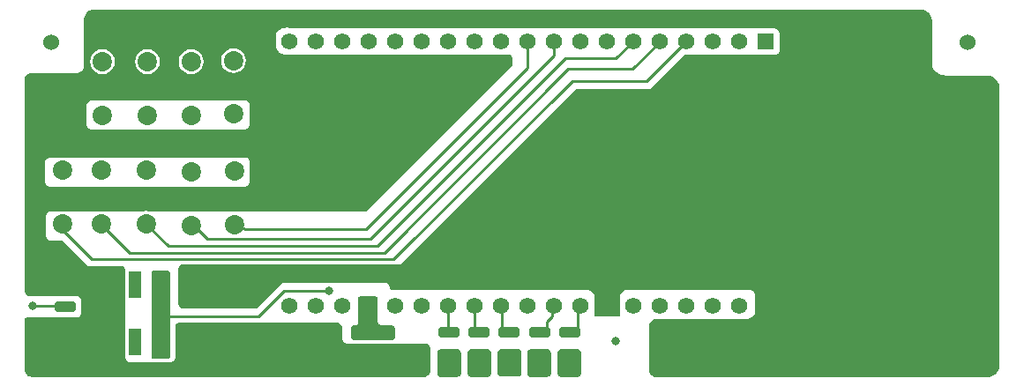
<source format=gtl>
G04*
G04 #@! TF.GenerationSoftware,Altium Limited,Altium Designer,22.5.1 (42)*
G04*
G04 Layer_Physical_Order=1*
G04 Layer_Color=255*
%FSLAX44Y44*%
%MOMM*%
G71*
G04*
G04 #@! TF.SameCoordinates,CACD2641-2831-44B8-A32A-C0E418E96BB6*
G04*
G04*
G04 #@! TF.FilePolarity,Positive*
G04*
G01*
G75*
%ADD14C,0.2540*%
%ADD15R,1.2000X2.5000*%
%ADD16R,1.0000X0.9000*%
G04:AMPARAMS|DCode=17|XSize=1mm|YSize=2mm|CornerRadius=0.25mm|HoleSize=0mm|Usage=FLASHONLY|Rotation=270.000|XOffset=0mm|YOffset=0mm|HoleType=Round|Shape=RoundedRectangle|*
%AMROUNDEDRECTD17*
21,1,1.0000,1.5000,0,0,270.0*
21,1,0.5000,2.0000,0,0,270.0*
1,1,0.5000,-0.7500,-0.2500*
1,1,0.5000,-0.7500,0.2500*
1,1,0.5000,0.7500,0.2500*
1,1,0.5000,0.7500,-0.2500*
%
%ADD17ROUNDEDRECTD17*%
%ADD18R,1.4000X1.0000*%
%ADD27C,1.8600*%
%ADD28R,1.5600X1.5600*%
%ADD29C,1.5600*%
%ADD30C,1.5240*%
%ADD31C,0.8000*%
%ADD32C,0.6000*%
G36*
X1350804Y929200D02*
X1352884Y928339D01*
X1354756Y927088D01*
X1356348Y925496D01*
X1357599Y923624D01*
X1358461Y921544D01*
X1358900Y919336D01*
Y918210D01*
X1358900Y878840D01*
X1358900Y878840D01*
X1358961Y877595D01*
X1359447Y875153D01*
X1360399Y872853D01*
X1361783Y870783D01*
X1363543Y869022D01*
X1365613Y867639D01*
X1367913Y866687D01*
X1370355Y866201D01*
X1371600Y866140D01*
X1410969D01*
X1410970Y866139D01*
Y866139D01*
X1412221Y866139D01*
X1414674Y865651D01*
X1416985Y864694D01*
X1419066Y863304D01*
X1420835Y861535D01*
X1422224Y859455D01*
X1423182Y857144D01*
X1423670Y854691D01*
X1423670Y853440D01*
X1423670Y588010D01*
X1423669Y588010D01*
X1423669Y586884D01*
X1423230Y584676D01*
X1422368Y582596D01*
X1421118Y580724D01*
X1419526Y579132D01*
X1417654Y577881D01*
X1415574Y577019D01*
X1413366Y576580D01*
X1412240Y576580D01*
X1093467D01*
X1093467Y576580D01*
X1092205Y576580D01*
X1089872Y577546D01*
X1088086Y579332D01*
X1087120Y581665D01*
X1087120Y582927D01*
Y624846D01*
X1087120Y625596D01*
X1087413Y627068D01*
X1087987Y628454D01*
X1088821Y629702D01*
X1089883Y630762D01*
X1091131Y631595D01*
X1092518Y632169D01*
X1093990Y632461D01*
X1094740Y632460D01*
X1181152Y632460D01*
X1182370Y632460D01*
X1182370Y632460D01*
X1183609Y632581D01*
X1185899Y633528D01*
X1187652Y635280D01*
X1188599Y637571D01*
X1188720Y638810D01*
X1188720Y655320D01*
X1188720Y655320D01*
X1188720Y655320D01*
X1188719Y655324D01*
X1188623Y656311D01*
X1188552Y656483D01*
X1187865Y658143D01*
X1186463Y659545D01*
X1184631Y660303D01*
X1183640Y660400D01*
X1066800Y660400D01*
X1066800Y660400D01*
X1066053Y660363D01*
X1064588Y660071D01*
X1063208Y659500D01*
X1061966Y658670D01*
X1060909Y657614D01*
X1060079Y656372D01*
X1059508Y654992D01*
X1059217Y653527D01*
X1059180Y652780D01*
Y651524D01*
X1059180Y651524D01*
X1059181Y651523D01*
X1059182Y651520D01*
X1059182Y651517D01*
X1059181Y651515D01*
X1059180Y651514D01*
X1059180Y635000D01*
X1035050D01*
Y640071D01*
X1035050D01*
X1035050Y641245D01*
X1035050Y652780D01*
X1035050Y652780D01*
X1035050Y652780D01*
X1035050Y652784D01*
X1035014Y653527D01*
X1034929Y653952D01*
X1034723Y654992D01*
X1034151Y656373D01*
X1033322Y657615D01*
X1032265Y658671D01*
X1031023Y659501D01*
X1029642Y660073D01*
X1028177Y660364D01*
X1027430Y660400D01*
X840740Y660400D01*
X840234Y660400D01*
X839301Y660787D01*
X838586Y661501D01*
X838464Y661796D01*
X838200Y662939D01*
Y662940D01*
X838200Y662940D01*
X838200Y662940D01*
X838200Y662942D01*
X838127Y663683D01*
X837960Y664089D01*
X837559Y665058D01*
X836508Y666109D01*
X835134Y666677D01*
X834390Y666750D01*
X735330Y666750D01*
X711200Y642620D01*
X640080D01*
X639069Y642620D01*
X637202Y643393D01*
X635773Y644822D01*
X635000Y646690D01*
X635000Y647700D01*
X635000Y679456D01*
X635092Y680688D01*
X635774Y682333D01*
X637203Y683760D01*
X639070Y684531D01*
X640080Y684530D01*
X849094Y684530D01*
X1016666Y852404D01*
X1017485Y853224D01*
X1018576Y853419D01*
X1019051Y853440D01*
X1020322Y853440D01*
X1088390Y853440D01*
X1121410Y886460D01*
X1209040D01*
X1209783Y886533D01*
X1211157Y887102D01*
X1212208Y888153D01*
X1212777Y889527D01*
X1212850Y890270D01*
X1212850Y905510D01*
X1212850Y905510D01*
X1212850Y905510D01*
X1212728Y906749D01*
X1211780Y909038D01*
X1210028Y910790D01*
X1207739Y911738D01*
X1206500Y911860D01*
X741818Y911859D01*
X741818Y911859D01*
X740919Y912000D01*
X739102Y912080D01*
X737294Y911892D01*
X735532Y911439D01*
X733857Y910732D01*
X732304Y909786D01*
X730907Y908622D01*
X729697Y907264D01*
X729170Y906523D01*
X729170Y906523D01*
X729180Y904920D01*
X729186Y901716D01*
X729177Y898511D01*
X729153Y895307D01*
X729134Y893705D01*
X729308Y892955D01*
X729848Y891517D01*
X730628Y890193D01*
X731625Y889023D01*
X732808Y888042D01*
X734142Y887279D01*
X735588Y886758D01*
X737102Y886493D01*
X737870Y886460D01*
X952241D01*
X954108Y885687D01*
X955537Y884258D01*
X956310Y882391D01*
Y876300D01*
X815340Y735330D01*
X607865D01*
X607611Y735435D01*
X604520Y735842D01*
X601429Y735435D01*
X601175Y735330D01*
X563331D01*
X561340Y735592D01*
X559349Y735330D01*
X526501D01*
X524510Y735592D01*
X522519Y735330D01*
X513080D01*
X513080Y735330D01*
X512089Y735232D01*
X510258Y734474D01*
X508856Y733072D01*
X508098Y731241D01*
X508000Y730250D01*
Y712467D01*
X508098Y711476D01*
X508856Y709646D01*
X510258Y708245D01*
X512089Y707487D01*
X513080Y707390D01*
X524510Y707390D01*
X548640Y683260D01*
X580390D01*
X580390Y683260D01*
X580390Y683260D01*
X580391D01*
X581553Y683093D01*
X582549Y682681D01*
X583621Y681609D01*
X584201Y680208D01*
X584200Y679450D01*
X584200Y595628D01*
X584298Y594637D01*
X585056Y592806D01*
X586458Y591405D01*
X588289Y590647D01*
X589280Y590550D01*
X627380D01*
X628371Y590648D01*
X630202Y591406D01*
X631604Y592808D01*
X632362Y594639D01*
X632460Y595630D01*
Y624844D01*
X632460Y625602D01*
X633040Y627002D01*
X634112Y628072D01*
X635512Y628651D01*
X636270Y628650D01*
X787400Y628650D01*
X787400Y628650D01*
X787400Y628650D01*
X788632Y628558D01*
X790278Y627877D01*
X791707Y626448D01*
X792480Y624580D01*
Y614680D01*
X792602Y613441D01*
X793550Y611152D01*
X795302Y609400D01*
X797591Y608452D01*
X798830Y608330D01*
X872490D01*
X872490Y608330D01*
X872490Y608330D01*
X872492D01*
X873666Y608261D01*
X875368Y607557D01*
X876797Y606128D01*
X877570Y604260D01*
X877570Y603250D01*
X877570Y582930D01*
X877570Y582930D01*
Y581667D01*
X876603Y579333D01*
X874817Y577547D01*
X872483Y576580D01*
X495300D01*
X494549Y576580D01*
X493077Y576873D01*
X491690Y577447D01*
X490442Y578281D01*
X489381Y579342D01*
X488547Y580591D01*
X487973Y581977D01*
X487680Y583450D01*
X487680Y584200D01*
Y631195D01*
X487680Y631700D01*
X488067Y632633D01*
X488782Y633346D01*
X489715Y633731D01*
X490220Y633730D01*
X537262Y633730D01*
X538480Y633730D01*
X538480Y633730D01*
X539224Y633802D01*
X539647Y633978D01*
X540598Y634370D01*
X541649Y635422D01*
X542218Y636796D01*
X542290Y637540D01*
X542290Y650240D01*
X542290Y650240D01*
X542290Y650240D01*
X542290Y650242D01*
X542217Y650983D01*
X542050Y651388D01*
X541649Y652357D01*
X540597Y653409D01*
X539224Y653977D01*
X538480Y654050D01*
X492760Y654050D01*
X491749Y654050D01*
X489882Y654823D01*
X488453Y656252D01*
X487680Y658120D01*
Y659130D01*
Y862333D01*
X487680Y863596D01*
X488647Y865930D01*
X490433Y867715D01*
X492767Y868681D01*
X494030Y868680D01*
X537265Y868680D01*
X538480Y868680D01*
X538480Y868680D01*
X539719Y868801D01*
X542009Y869749D01*
X543761Y871501D01*
X544709Y873791D01*
X544830Y875030D01*
X544830Y919483D01*
X544830Y919483D01*
X544879Y920733D01*
X545220Y922447D01*
X545986Y924295D01*
X547098Y925959D01*
X548513Y927374D01*
X550178Y928485D01*
X552027Y929250D01*
X553612Y929565D01*
X1348967D01*
X1350804Y929200D01*
D02*
G37*
G36*
X624840Y678815D02*
X624840Y678815D01*
X624841D01*
X625987Y678549D01*
X626279Y678428D01*
X626993Y677714D01*
X627380Y676780D01*
X627380Y676275D01*
X627380Y596265D01*
Y595760D01*
X626993Y594826D01*
X626279Y594112D01*
X625345Y593725D01*
X612140D01*
X611635Y593725D01*
X610701Y594112D01*
X609987Y594826D01*
X609600Y595760D01*
X609600Y596265D01*
Y676275D01*
X609600Y676780D01*
X609987Y677714D01*
X610701Y678428D01*
X611635Y678815D01*
X612140Y678815D01*
X624840Y678815D01*
X624840Y678815D01*
D02*
G37*
G36*
X825669Y653663D02*
X826383Y652949D01*
X826500Y652667D01*
X826770Y651510D01*
Y651510D01*
X826770D01*
X826770Y651510D01*
Y629920D01*
X826843Y629177D01*
X827412Y627803D01*
X828463Y626752D01*
X829837Y626183D01*
X830580Y626110D01*
X840740Y626110D01*
X841245Y626110D01*
X842179Y625723D01*
X842893Y625009D01*
X843010Y624727D01*
X843280Y623570D01*
Y623570D01*
X843280D01*
X843280Y623570D01*
X843280Y614680D01*
X843280Y614175D01*
X842893Y613241D01*
X842179Y612527D01*
X841245Y612140D01*
X840740Y612140D01*
X803910D01*
X803405Y612140D01*
X802471Y612527D01*
X801757Y613241D01*
X801370Y614175D01*
Y623570D01*
X801370Y624075D01*
X801757Y625009D01*
X802471Y625723D01*
X803405Y626110D01*
X803910Y626110D01*
X803910Y626110D01*
X805180D01*
X805676Y626159D01*
X806591Y626538D01*
X807292Y627239D01*
X807671Y628154D01*
X807720Y628650D01*
X807720Y628650D01*
X807720Y652015D01*
X808107Y652949D01*
X808821Y653663D01*
X809755Y654050D01*
X810260Y654050D01*
Y654050D01*
X824230D01*
X824735Y654050D01*
X825669Y653663D01*
D02*
G37*
G36*
X961236Y603404D02*
X961994Y603404D01*
X963394Y602824D01*
X964466Y601752D01*
X964876Y600762D01*
X965046Y599595D01*
Y599594D01*
X965046Y599594D01*
X965046Y599594D01*
X965046Y580544D01*
X965046Y579786D01*
X964466Y578386D01*
X963394Y577314D01*
X962431Y576915D01*
X961236Y576734D01*
X945238D01*
X943838Y577314D01*
X942766Y578386D01*
X942186Y579786D01*
Y599594D01*
X942186Y600352D01*
X942766Y601752D01*
X943838Y602824D01*
X945238Y603404D01*
X945996Y603404D01*
X945996Y603404D01*
X961236Y603404D01*
D02*
G37*
G36*
X932180Y603250D02*
X932938Y603250D01*
X934338Y602670D01*
X935410Y601598D01*
X935820Y600608D01*
X935990Y599441D01*
Y599440D01*
X935990Y599440D01*
X935990Y599440D01*
X935990Y580390D01*
X935990Y579632D01*
X935410Y578232D01*
X934338Y577160D01*
X933375Y576761D01*
X932180Y576580D01*
X916182D01*
X914782Y577160D01*
X913710Y578232D01*
X913130Y579632D01*
Y599440D01*
X913130Y600198D01*
X913710Y601598D01*
X914782Y602670D01*
X916182Y603250D01*
X916940Y603250D01*
X916940Y603250D01*
X932180Y603250D01*
D02*
G37*
G36*
X1018540Y603250D02*
X1019298Y603250D01*
X1020698Y602670D01*
X1021770Y601598D01*
X1022180Y600608D01*
X1022350Y599440D01*
Y599440D01*
X1022350Y599440D01*
X1022350Y599440D01*
X1022350Y580390D01*
X1022350Y579632D01*
X1021770Y578232D01*
X1020698Y577160D01*
X1019735Y576761D01*
X1018540Y576580D01*
X1002542D01*
X1001142Y577160D01*
X1000070Y578232D01*
X999490Y579632D01*
Y599440D01*
X999490Y600198D01*
X1000070Y601598D01*
X1001142Y602670D01*
X1002542Y603250D01*
X1003300Y603250D01*
X1003300Y603250D01*
X1018540Y603250D01*
D02*
G37*
G36*
X989330D02*
X990088Y603250D01*
X991488Y602670D01*
X992560Y601598D01*
X992970Y600608D01*
X993140Y599440D01*
Y599440D01*
X993140Y599440D01*
X993140Y599440D01*
X993140Y580390D01*
X993140Y579632D01*
X992560Y578232D01*
X991488Y577160D01*
X990525Y576761D01*
X989330Y576580D01*
X973332D01*
X971932Y577160D01*
X970860Y578232D01*
X970280Y579632D01*
Y599440D01*
X970280Y600198D01*
X970860Y601598D01*
X971932Y602670D01*
X973332Y603250D01*
X974090Y603250D01*
X974090Y603250D01*
X989330Y603250D01*
D02*
G37*
G36*
X902970D02*
X903728Y603250D01*
X905128Y602670D01*
X906200Y601598D01*
X906610Y600608D01*
X906780Y599440D01*
Y599440D01*
X906780Y599440D01*
X906780Y599440D01*
X906780Y580390D01*
X906780Y579632D01*
X906200Y578232D01*
X905128Y577160D01*
X904165Y576761D01*
X902970Y576580D01*
X886972D01*
X885572Y577160D01*
X884500Y578232D01*
X883920Y579632D01*
Y599440D01*
X883920Y600198D01*
X884500Y601598D01*
X885572Y602670D01*
X886972Y603250D01*
X887730Y603250D01*
X887730Y603250D01*
X902970Y603250D01*
D02*
G37*
%LPC*%
G36*
X688340Y892302D02*
X685249Y891895D01*
X682369Y890702D01*
X679896Y888804D01*
X677998Y886331D01*
X676805Y883451D01*
X676398Y880360D01*
X676805Y877269D01*
X677998Y874389D01*
X679896Y871916D01*
X682369Y870018D01*
X685249Y868825D01*
X688340Y868418D01*
X691431Y868825D01*
X694311Y870018D01*
X696784Y871916D01*
X698682Y874389D01*
X699875Y877269D01*
X700282Y880360D01*
X699875Y883451D01*
X698682Y886331D01*
X696784Y888804D01*
X694311Y890702D01*
X691431Y891895D01*
X688340Y892302D01*
D02*
G37*
G36*
X647700Y891282D02*
X644609Y890875D01*
X641729Y889682D01*
X639256Y887784D01*
X637358Y885311D01*
X636165Y882431D01*
X635758Y879340D01*
X636165Y876249D01*
X637358Y873369D01*
X639256Y870896D01*
X641729Y868998D01*
X644609Y867805D01*
X647700Y867398D01*
X650791Y867805D01*
X653671Y868998D01*
X656144Y870896D01*
X658042Y873369D01*
X659235Y876249D01*
X659642Y879340D01*
X659235Y882431D01*
X658042Y885311D01*
X656144Y887784D01*
X653671Y889682D01*
X650791Y890875D01*
X647700Y891282D01*
D02*
G37*
G36*
X605790D02*
X602699Y890875D01*
X599819Y889682D01*
X597346Y887784D01*
X595448Y885311D01*
X594255Y882431D01*
X593848Y879340D01*
X594255Y876249D01*
X595448Y873369D01*
X597346Y870896D01*
X599819Y868998D01*
X602699Y867805D01*
X605790Y867398D01*
X608881Y867805D01*
X611761Y868998D01*
X614234Y870896D01*
X616132Y873369D01*
X617325Y876249D01*
X617732Y879340D01*
X617325Y882431D01*
X616132Y885311D01*
X614234Y887784D01*
X611761Y889682D01*
X608881Y890875D01*
X605790Y891282D01*
D02*
G37*
G36*
X562610D02*
X559519Y890875D01*
X556639Y889682D01*
X554166Y887784D01*
X552268Y885311D01*
X551075Y882431D01*
X550668Y879340D01*
X551075Y876249D01*
X552268Y873369D01*
X554166Y870896D01*
X556639Y868998D01*
X559519Y867805D01*
X562610Y867398D01*
X565701Y867805D01*
X568581Y868998D01*
X571054Y870896D01*
X572952Y873369D01*
X574145Y876249D01*
X574552Y879340D01*
X574145Y882431D01*
X572952Y885311D01*
X571054Y887784D01*
X568581Y889682D01*
X565701Y890875D01*
X562610Y891282D01*
D02*
G37*
G36*
X699770Y842010D02*
X699770Y842010D01*
X552450Y842010D01*
X551440Y842010D01*
X549572Y841237D01*
X548143Y839808D01*
X547454Y838143D01*
X547370Y837940D01*
X547370Y836930D01*
X547370Y836930D01*
X547370Y836930D01*
X547370Y835660D01*
X547370Y820323D01*
X547270Y820152D01*
X547370Y819149D01*
X547370Y819149D01*
Y818890D01*
X547370Y818139D01*
X548143Y816272D01*
X549572Y814843D01*
X551439Y814070D01*
X552450Y814070D01*
X699510D01*
X701378Y814843D01*
X702807Y816272D01*
X703580Y818139D01*
Y819150D01*
X703580D01*
X703580Y838200D01*
X703580Y838958D01*
X703000Y840358D01*
X701928Y841430D01*
X700938Y841840D01*
X700528Y842010D01*
X699771Y842010D01*
X699770Y842010D01*
X699770Y842010D01*
D02*
G37*
G36*
Y787400D02*
X699770Y787400D01*
X513080Y787400D01*
X511968Y787400D01*
X509912Y786548D01*
X508339Y784975D01*
X507543Y783055D01*
X507488Y782920D01*
X507488Y781808D01*
X507488Y781808D01*
X507488Y781808D01*
X507488Y765052D01*
Y763940D01*
X508339Y761885D01*
X509912Y760312D01*
X511967Y759461D01*
X513079D01*
X513079Y759461D01*
X698500Y759460D01*
X699510Y759460D01*
X701377Y760233D01*
X702806Y761662D01*
X703580Y763529D01*
X703580Y764540D01*
X703580Y764540D01*
X703580Y783590D01*
X703580Y784348D01*
X703000Y785748D01*
X701928Y786820D01*
X700933Y787232D01*
X700528Y787400D01*
X699771Y787400D01*
X699770Y787400D01*
X699770Y787400D01*
D02*
G37*
%LPD*%
D14*
X736600Y659130D02*
X779780D01*
X712470Y635000D02*
X736600Y659130D01*
X526640Y644765D02*
X527035Y644370D01*
X647700Y722210D02*
X650660D01*
X663350Y709520D02*
X820010D01*
X650660Y722210D02*
X663350Y709520D01*
X970280Y873760D02*
Y899160D01*
X699128Y718820D02*
X815340D01*
X970280Y873760D01*
X995680Y885190D02*
Y899160D01*
X820010Y709520D02*
X995680Y885190D01*
X833120Y695960D02*
X1009650Y872490D01*
X588860Y695960D02*
X833120D01*
X1009650Y872490D02*
X1071535D01*
X1013460Y861060D02*
X1084580D01*
X552200Y689610D02*
X842010D01*
X1013460Y861060D01*
X519430Y722380D02*
X552200Y689610D01*
X562610Y722210D02*
X588860Y695960D01*
X605790Y722210D02*
X625690Y702310D01*
X826770D02*
X1007110Y882650D01*
X625690Y702310D02*
X826770D01*
X612738Y635000D02*
X712470D01*
X1084580Y861060D02*
X1122680Y899160D01*
X1071535Y872490D02*
X1097280Y898235D01*
X1055370Y882650D02*
X1071880Y899160D01*
X1007110Y882650D02*
X1055370D01*
X1097280Y898235D02*
Y899160D01*
X495695Y644765D02*
X526640D01*
X495300Y645160D02*
X495695Y644765D01*
X692683Y719557D02*
X698391D01*
X699128Y718820D01*
X689610Y722630D02*
X692683Y719557D01*
X982028Y619347D02*
X985694D01*
X989330Y622984D02*
Y629920D01*
X994455Y635046D01*
X985694Y619347D02*
X989330Y622984D01*
X994455Y643935D02*
X995680Y645160D01*
X994455Y635046D02*
Y643935D01*
X1015254Y619347D02*
X1018891Y622984D01*
X1010920Y619347D02*
X1015254D01*
X1018891Y642971D02*
X1021080Y645160D01*
X1018891Y622984D02*
Y642971D01*
X945892Y622984D02*
Y644147D01*
X949529Y619347D02*
X953135D01*
X944880Y645160D02*
X945892Y644147D01*
Y622984D02*
X949529Y619347D01*
X919480Y622984D02*
X923116Y619347D01*
X919480Y622984D02*
Y645160D01*
X923116Y619347D02*
X924242D01*
X894080Y620617D02*
Y645160D01*
Y620617D02*
X895350Y619347D01*
D15*
X593490Y610040D02*
D03*
X618490D02*
D03*
X643490D02*
D03*
Y665040D02*
D03*
X618490D02*
D03*
X593490D02*
D03*
D16*
X812751Y616100D02*
D03*
Y603100D02*
D03*
D17*
X1010935Y593467D02*
D03*
X1010920Y619347D02*
D03*
X982042Y593467D02*
D03*
X982028Y619347D02*
D03*
X953135D02*
D03*
X953150Y593467D02*
D03*
X924242Y619347D02*
D03*
X924258Y593467D02*
D03*
X895350Y619347D02*
D03*
X895365Y593467D02*
D03*
X527050Y618490D02*
D03*
X527035Y644370D02*
D03*
D18*
X831930Y601100D02*
D03*
Y618100D02*
D03*
D27*
X604520Y775200D02*
D03*
Y749550D02*
D03*
Y723900D02*
D03*
X561340Y774950D02*
D03*
Y723650D02*
D03*
Y749300D02*
D03*
X524510Y774950D02*
D03*
Y723650D02*
D03*
Y749300D02*
D03*
X688340Y829060D02*
D03*
Y880360D02*
D03*
Y854710D02*
D03*
X689610Y773930D02*
D03*
Y748280D02*
D03*
Y722630D02*
D03*
X647700Y773510D02*
D03*
Y747860D02*
D03*
Y722210D02*
D03*
Y828040D02*
D03*
Y879340D02*
D03*
Y853690D02*
D03*
X605790Y828040D02*
D03*
Y853690D02*
D03*
Y879340D02*
D03*
X562610Y828040D02*
D03*
Y853690D02*
D03*
Y879340D02*
D03*
D28*
X1198880Y899160D02*
D03*
D29*
X1173480D02*
D03*
X741680D02*
D03*
X1148080D02*
D03*
X1122680D02*
D03*
X1097280D02*
D03*
X1071880D02*
D03*
X1046480D02*
D03*
X1021080D02*
D03*
X995680D02*
D03*
X970280D02*
D03*
X944880D02*
D03*
X919480D02*
D03*
X894080D02*
D03*
X868680D02*
D03*
X843280D02*
D03*
X817880D02*
D03*
X792480D02*
D03*
X767080D02*
D03*
X1198880Y645160D02*
D03*
X1173480D02*
D03*
X1148080D02*
D03*
X1122680D02*
D03*
X1097280D02*
D03*
X1071880D02*
D03*
X1046480D02*
D03*
X1021080D02*
D03*
X995680D02*
D03*
X970280D02*
D03*
X944880D02*
D03*
X919480D02*
D03*
X894080D02*
D03*
X868680D02*
D03*
X843280D02*
D03*
X817880D02*
D03*
X792480D02*
D03*
X767080D02*
D03*
X741680D02*
D03*
D30*
X1393190Y897890D02*
D03*
X513080D02*
D03*
D31*
X779780Y659130D02*
D03*
X1109218Y838200D02*
D03*
X1130935Y857250D02*
D03*
X1152652Y838200D02*
D03*
X1174369Y857250D02*
D03*
X1196086Y838200D02*
D03*
X1217803Y857250D02*
D03*
X1239520Y838200D02*
D03*
X777748Y595630D02*
D03*
X756031Y614680D02*
D03*
X734314Y595630D02*
D03*
X712597Y614680D02*
D03*
X690880Y595630D02*
D03*
X520700Y849630D02*
D03*
X508000Y862330D02*
D03*
X495300Y849630D02*
D03*
X1055370Y610870D02*
D03*
X495300Y645160D02*
D03*
D32*
X895350Y581660D02*
D03*
X1010920D02*
D03*
X981710D02*
D03*
X952500D02*
D03*
X923290D02*
D03*
M02*

</source>
